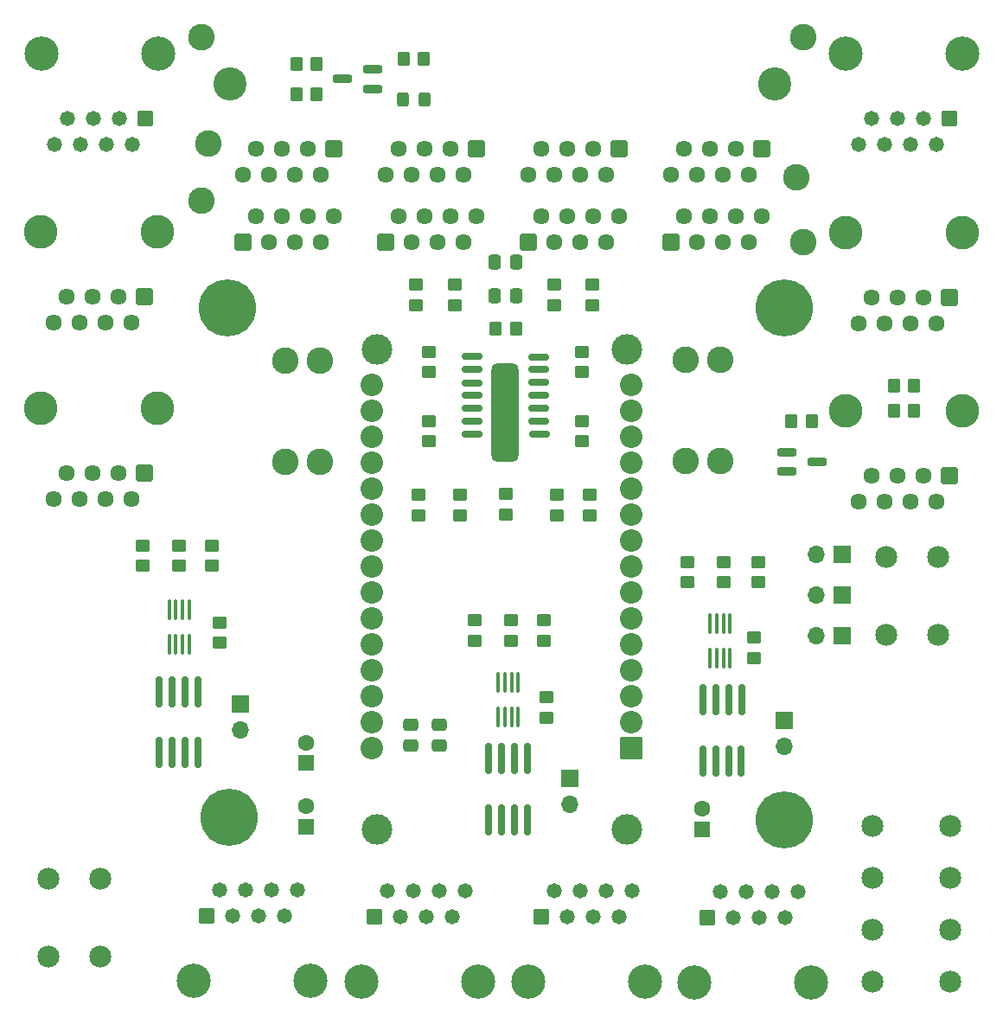
<source format=gbs>
%TF.GenerationSoftware,KiCad,Pcbnew,8.0.1-8.0.1-1~ubuntu22.04.1*%
%TF.CreationDate,2024-04-16T20:31:25-04:00*%
%TF.ProjectId,pdb,7064622e-6b69-4636-9164-5f7063625858,rev?*%
%TF.SameCoordinates,Original*%
%TF.FileFunction,Soldermask,Bot*%
%TF.FilePolarity,Negative*%
%FSLAX46Y46*%
G04 Gerber Fmt 4.6, Leading zero omitted, Abs format (unit mm)*
G04 Created by KiCad (PCBNEW 8.0.1-8.0.1-1~ubuntu22.04.1) date 2024-04-16 20:31:25*
%MOMM*%
%LPD*%
G01*
G04 APERTURE LIST*
G04 Aperture macros list*
%AMRoundRect*
0 Rectangle with rounded corners*
0 $1 Rounding radius*
0 $2 $3 $4 $5 $6 $7 $8 $9 X,Y pos of 4 corners*
0 Add a 4 corners polygon primitive as box body*
4,1,4,$2,$3,$4,$5,$6,$7,$8,$9,$2,$3,0*
0 Add four circle primitives for the rounded corners*
1,1,$1+$1,$2,$3*
1,1,$1+$1,$4,$5*
1,1,$1+$1,$6,$7*
1,1,$1+$1,$8,$9*
0 Add four rect primitives between the rounded corners*
20,1,$1+$1,$2,$3,$4,$5,0*
20,1,$1+$1,$4,$5,$6,$7,0*
20,1,$1+$1,$6,$7,$8,$9,0*
20,1,$1+$1,$8,$9,$2,$3,0*%
G04 Aperture macros list end*
%ADD10C,3.350000*%
%ADD11RoundRect,0.102000X0.634000X0.634000X-0.634000X0.634000X-0.634000X-0.634000X0.634000X-0.634000X0*%
%ADD12C,1.472000*%
%ADD13C,2.604000*%
%ADD14C,3.250000*%
%ADD15RoundRect,0.102000X0.704000X0.704000X-0.704000X0.704000X-0.704000X-0.704000X0.704000X-0.704000X0*%
%ADD16C,1.612000*%
%ADD17C,3.300000*%
%ADD18R,1.700000X1.700000*%
%ADD19O,1.700000X1.700000*%
%ADD20C,3.600000*%
%ADD21C,5.600000*%
%ADD22C,2.154000*%
%ADD23RoundRect,0.102000X-0.634000X-0.634000X0.634000X-0.634000X0.634000X0.634000X-0.634000X0.634000X0*%
%ADD24R,1.600000X1.600000*%
%ADD25C,1.600000*%
%ADD26C,3.000000*%
%ADD27RoundRect,0.102000X1.000000X1.000000X-1.000000X1.000000X-1.000000X-1.000000X1.000000X-1.000000X0*%
%ADD28C,2.204000*%
%ADD29RoundRect,0.150000X0.150000X-1.350000X0.150000X1.350000X-0.150000X1.350000X-0.150000X-1.350000X0*%
%ADD30RoundRect,0.250000X-0.450000X0.350000X-0.450000X-0.350000X0.450000X-0.350000X0.450000X0.350000X0*%
%ADD31RoundRect,0.250000X0.450000X-0.350000X0.450000X0.350000X-0.450000X0.350000X-0.450000X-0.350000X0*%
%ADD32RoundRect,0.250000X0.350000X0.450000X-0.350000X0.450000X-0.350000X-0.450000X0.350000X-0.450000X0*%
%ADD33RoundRect,0.200000X0.750000X0.200000X-0.750000X0.200000X-0.750000X-0.200000X0.750000X-0.200000X0*%
%ADD34RoundRect,0.250000X-0.325000X-0.450000X0.325000X-0.450000X0.325000X0.450000X-0.325000X0.450000X0*%
%ADD35RoundRect,0.100000X-0.100000X0.900000X-0.100000X-0.900000X0.100000X-0.900000X0.100000X0.900000X0*%
%ADD36RoundRect,0.250000X-0.337500X-0.475000X0.337500X-0.475000X0.337500X0.475000X-0.337500X0.475000X0*%
%ADD37RoundRect,0.250000X-0.350000X-0.450000X0.350000X-0.450000X0.350000X0.450000X-0.350000X0.450000X0*%
%ADD38RoundRect,0.171250X0.828750X0.171250X-0.828750X0.171250X-0.828750X-0.171250X0.828750X-0.171250X0*%
%ADD39RoundRect,0.162500X0.837500X0.162500X-0.837500X0.162500X-0.837500X-0.162500X0.837500X-0.162500X0*%
%ADD40RoundRect,0.662500X0.662500X4.187500X-0.662500X4.187500X-0.662500X-4.187500X0.662500X-4.187500X0*%
%ADD41RoundRect,0.200000X-0.750000X-0.200000X0.750000X-0.200000X0.750000X0.200000X-0.750000X0.200000X0*%
%ADD42RoundRect,0.250000X0.475000X-0.337500X0.475000X0.337500X-0.475000X0.337500X-0.475000X-0.337500X0*%
G04 APERTURE END LIST*
D10*
%TO.C,E_24V_POE_IN_2*%
X114232000Y-23980000D03*
X102800000Y-23980000D03*
D11*
X112961000Y-30330000D03*
D12*
X111691000Y-32870000D03*
X110421000Y-30330000D03*
X109151000Y-32870000D03*
X107881000Y-30330000D03*
X106611000Y-32870000D03*
X105341000Y-30330000D03*
X104071000Y-32870000D03*
%TD*%
D13*
%TO.C,F2*%
X51300000Y-54040000D03*
X47900000Y-54040000D03*
X51300000Y-63960000D03*
X47900000Y-63960000D03*
%TD*%
D14*
%TO.C,U10*%
X95870000Y-27000000D03*
X42530000Y-27000000D03*
D15*
X94600000Y-33350000D03*
X85710000Y-42460000D03*
D16*
X93330000Y-35890000D03*
X86980000Y-39920000D03*
X92060000Y-33350000D03*
X88250000Y-42460000D03*
X90790000Y-35890000D03*
X89520000Y-39920000D03*
X89520000Y-33350000D03*
X90790000Y-42460000D03*
X88250000Y-35890000D03*
X92060000Y-39920000D03*
X86980000Y-33350000D03*
X93330000Y-42460000D03*
X85710000Y-35890000D03*
X94600000Y-39920000D03*
D15*
X80630000Y-33350000D03*
X71740000Y-42460000D03*
D16*
X79360000Y-35890000D03*
X73010000Y-39920000D03*
X78090000Y-33350000D03*
X74280000Y-42460000D03*
X76820000Y-35890000D03*
X75550000Y-39920000D03*
X75550000Y-33350000D03*
X76820000Y-42460000D03*
X74280000Y-35890000D03*
X78090000Y-39920000D03*
X73010000Y-33350000D03*
X79360000Y-42460000D03*
X71740000Y-35890000D03*
X80630000Y-39920000D03*
D15*
X66660000Y-33350000D03*
X57770000Y-42460000D03*
D16*
X65390000Y-35890000D03*
X59040000Y-39920000D03*
X64120000Y-33350000D03*
X60310000Y-42460000D03*
X62850000Y-35890000D03*
X61580000Y-39920000D03*
X61580000Y-33350000D03*
X62850000Y-42460000D03*
X60310000Y-35890000D03*
X64120000Y-39920000D03*
X59040000Y-33350000D03*
X65390000Y-42460000D03*
X57770000Y-35890000D03*
X66660000Y-39920000D03*
D15*
X52690000Y-33350000D03*
X43800000Y-42460000D03*
D16*
X51420000Y-35890000D03*
X45070000Y-39920000D03*
X50150000Y-33350000D03*
X46340000Y-42460000D03*
X48880000Y-35890000D03*
X47610000Y-39920000D03*
X47610000Y-33350000D03*
X48880000Y-42460000D03*
X46340000Y-35890000D03*
X50150000Y-39920000D03*
X45070000Y-33350000D03*
X51420000Y-42460000D03*
X43800000Y-35890000D03*
X52690000Y-39920000D03*
D13*
X98660000Y-42460000D03*
X98660000Y-22430000D03*
X97995000Y-36150000D03*
X40405000Y-32850000D03*
X39740000Y-38400000D03*
X39740000Y-22430000D03*
%TD*%
D17*
%TO.C,E_12V_1*%
X114215000Y-59000000D03*
X102785000Y-59000000D03*
D15*
X112945000Y-65350000D03*
D16*
X111675000Y-67890000D03*
X110405000Y-65350000D03*
X109135000Y-67890000D03*
X107865000Y-65350000D03*
X106595000Y-67890000D03*
X105325000Y-65350000D03*
X104055000Y-67890000D03*
%TD*%
D18*
%TO.C,JP2*%
X102460000Y-77000000D03*
D19*
X99920000Y-77000000D03*
%TD*%
D20*
%TO.C,H1*%
X42300000Y-48900000D03*
D21*
X42300000Y-48900000D03*
%TD*%
D17*
%TO.C,E_24V_POE_OUT_1*%
X35427500Y-41430000D03*
X23997500Y-41430000D03*
D15*
X34157500Y-47780000D03*
D16*
X32887500Y-50320000D03*
X31617500Y-47780000D03*
X30347500Y-50320000D03*
X29077500Y-47780000D03*
X27807500Y-50320000D03*
X26537500Y-47780000D03*
X25267500Y-50320000D03*
%TD*%
D22*
%TO.C,J3*%
X24712500Y-104767500D03*
X24712500Y-112387500D03*
X29792500Y-104767500D03*
X29792500Y-112387500D03*
%TD*%
D10*
%TO.C,E_5V_2*%
X88009000Y-114950000D03*
X99441000Y-114950000D03*
D23*
X89280000Y-108600000D03*
D12*
X90550000Y-106060000D03*
X91820000Y-108600000D03*
X93090000Y-106060000D03*
X94360000Y-108600000D03*
X95630000Y-106060000D03*
X96900000Y-108600000D03*
X98170000Y-106060000D03*
%TD*%
D24*
%TO.C,C7*%
X88750000Y-99960000D03*
D25*
X88750000Y-97960000D03*
%TD*%
D10*
%TO.C,E_12V_2*%
X35500000Y-24000000D03*
X24068000Y-24000000D03*
D11*
X34229000Y-30350000D03*
D12*
X32959000Y-32890000D03*
X31689000Y-30350000D03*
X30419000Y-32890000D03*
X29149000Y-30350000D03*
X27879000Y-32890000D03*
X26609000Y-30350000D03*
X25339000Y-32890000D03*
%TD*%
D24*
%TO.C,C8*%
X50000000Y-93460000D03*
D25*
X50000000Y-91460000D03*
%TD*%
D18*
%TO.C,JP6*%
X43500000Y-87725000D03*
D19*
X43500000Y-90265000D03*
%TD*%
D18*
%TO.C,JP1*%
X102460000Y-81000000D03*
D19*
X99920000Y-81000000D03*
%TD*%
D18*
%TO.C,JP3*%
X102500000Y-73000000D03*
D19*
X99960000Y-73000000D03*
%TD*%
D22*
%TO.C,J1*%
X105417500Y-114837500D03*
X113037500Y-114837500D03*
X105417500Y-109757500D03*
X113037500Y-109757500D03*
X105417500Y-104677500D03*
X113037500Y-104677500D03*
X105417500Y-99597500D03*
X113037500Y-99597500D03*
%TD*%
D26*
%TO.C,U2*%
X81380000Y-99960000D03*
X81380000Y-53010000D03*
X56870000Y-99960000D03*
X56870000Y-53010000D03*
D27*
X81800000Y-92000000D03*
D28*
X81800000Y-89460000D03*
X56400000Y-89460000D03*
X81800000Y-86920000D03*
X81800000Y-84380000D03*
X81800000Y-81840000D03*
X81800000Y-79300000D03*
X81800000Y-76760000D03*
X81800000Y-74220000D03*
X81800000Y-71680000D03*
X81800000Y-69140000D03*
X81800000Y-66600000D03*
X81800000Y-64060000D03*
X81800000Y-61520000D03*
X81800000Y-58980000D03*
X81800000Y-56440000D03*
X56400000Y-56440000D03*
X56400000Y-58980000D03*
X56400000Y-61520000D03*
X56400000Y-64060000D03*
X56400000Y-66600000D03*
X56400000Y-69140000D03*
X56400000Y-71680000D03*
X56400000Y-74220000D03*
X56400000Y-76760000D03*
X56400000Y-79300000D03*
X56400000Y-81840000D03*
X56400000Y-84380000D03*
X56400000Y-86920000D03*
X56400000Y-92000000D03*
%TD*%
D10*
%TO.C,E_5V_4*%
X55388000Y-114850000D03*
X66820000Y-114850000D03*
D23*
X56659000Y-108500000D03*
D12*
X57929000Y-105960000D03*
X59199000Y-108500000D03*
X60469000Y-105960000D03*
X61739000Y-108500000D03*
X63009000Y-105960000D03*
X64279000Y-108500000D03*
X65549000Y-105960000D03*
%TD*%
D10*
%TO.C,E_5V_3*%
X71709000Y-114850000D03*
X83141000Y-114850000D03*
D23*
X72980000Y-108500000D03*
D12*
X74250000Y-105960000D03*
X75520000Y-108500000D03*
X76790000Y-105960000D03*
X78060000Y-108500000D03*
X79330000Y-105960000D03*
X80600000Y-108500000D03*
X81870000Y-105960000D03*
%TD*%
D20*
%TO.C,H4*%
X42400000Y-98800000D03*
D21*
X42400000Y-98800000D03*
%TD*%
D17*
%TO.C,E_24V_POE_IN_1*%
X35415000Y-58700000D03*
X23985000Y-58700000D03*
D15*
X34145000Y-65050000D03*
D16*
X32875000Y-67590000D03*
X31605000Y-65050000D03*
X30335000Y-67590000D03*
X29065000Y-65050000D03*
X27795000Y-67590000D03*
X26525000Y-65050000D03*
X25255000Y-67590000D03*
%TD*%
D24*
%TO.C,C9*%
X50000000Y-99710000D03*
D25*
X50000000Y-97710000D03*
%TD*%
D20*
%TO.C,H3*%
X96800000Y-99000000D03*
D21*
X96800000Y-99000000D03*
%TD*%
D18*
%TO.C,JP4*%
X96830000Y-89290000D03*
D19*
X96830000Y-91830000D03*
%TD*%
D22*
%TO.C,J2*%
X106762500Y-73317500D03*
X106762500Y-80937500D03*
X111842500Y-73317500D03*
X111842500Y-80937500D03*
%TD*%
D10*
%TO.C,E_5V_1*%
X38978000Y-114800000D03*
X50410000Y-114800000D03*
D23*
X40249000Y-108450000D03*
D12*
X41519000Y-105910000D03*
X42789000Y-108450000D03*
X44059000Y-105910000D03*
X45329000Y-108450000D03*
X46599000Y-105910000D03*
X47869000Y-108450000D03*
X49139000Y-105910000D03*
%TD*%
D20*
%TO.C,H2*%
X96800000Y-48900000D03*
D21*
X96800000Y-48900000D03*
%TD*%
D18*
%TO.C,JP5*%
X75750000Y-94935000D03*
D19*
X75750000Y-97475000D03*
%TD*%
D13*
%TO.C,F1*%
X87100000Y-63910000D03*
X90500000Y-63910000D03*
X87100000Y-53990000D03*
X90500000Y-53990000D03*
%TD*%
D17*
%TO.C,E_24V_POE_OUT_2*%
X114215000Y-41530000D03*
X102785000Y-41530000D03*
D15*
X112945000Y-47880000D03*
D16*
X111675000Y-50420000D03*
X110405000Y-47880000D03*
X109135000Y-50420000D03*
X107865000Y-47880000D03*
X106595000Y-50420000D03*
X105325000Y-47880000D03*
X104055000Y-50420000D03*
%TD*%
D29*
%TO.C,U7*%
X71650000Y-99000000D03*
X70385000Y-99000000D03*
X69115000Y-99000000D03*
X67845000Y-99000000D03*
X67845000Y-93000000D03*
X69115000Y-93000000D03*
X70385000Y-93000000D03*
X71655000Y-93000000D03*
%TD*%
D30*
%TO.C,R23*%
X77000000Y-59960000D03*
X77000000Y-61960000D03*
%TD*%
D31*
%TO.C,R13*%
X64500000Y-48620000D03*
X64500000Y-46620000D03*
%TD*%
D32*
%TO.C,R6*%
X61500000Y-24500000D03*
X59500000Y-24500000D03*
%TD*%
D31*
%TO.C,R36*%
X73500000Y-89000000D03*
X73500000Y-87000000D03*
%TD*%
%TO.C,R31*%
X90830000Y-75790000D03*
X90830000Y-73790000D03*
%TD*%
%TO.C,R8*%
X74500000Y-69210000D03*
X74500000Y-67210000D03*
%TD*%
D33*
%TO.C,Q2*%
X56500000Y-25550000D03*
X56500000Y-27450000D03*
X53500000Y-26500000D03*
%TD*%
D30*
%TO.C,R21*%
X61000000Y-67210000D03*
X61000000Y-69210000D03*
%TD*%
%TO.C,R35*%
X73250000Y-79500000D03*
X73250000Y-81500000D03*
%TD*%
D32*
%TO.C,R4*%
X51000000Y-25000000D03*
X49000000Y-25000000D03*
%TD*%
D34*
%TO.C,D11*%
X61525000Y-28500000D03*
X59475000Y-28500000D03*
%TD*%
D35*
%TO.C,U4*%
X89530000Y-79790000D03*
X90170000Y-79790000D03*
X90830000Y-79790000D03*
X91470000Y-79790000D03*
X91470000Y-83210000D03*
X90830000Y-83210000D03*
X90170000Y-83210000D03*
X89530000Y-83210000D03*
%TD*%
D31*
%TO.C,R34*%
X70000000Y-81500000D03*
X70000000Y-79500000D03*
%TD*%
%TO.C,R40*%
X41500000Y-81710000D03*
X41500000Y-79710000D03*
%TD*%
D30*
%TO.C,R39*%
X40750000Y-72170000D03*
X40750000Y-74170000D03*
%TD*%
D31*
%TO.C,R11*%
X78000000Y-48620000D03*
X78000000Y-46620000D03*
%TD*%
D36*
%TO.C,C1*%
X68462500Y-47710000D03*
X70537500Y-47710000D03*
%TD*%
D31*
%TO.C,R29*%
X93800000Y-83200000D03*
X93800000Y-81200000D03*
%TD*%
D37*
%TO.C,R5*%
X49000000Y-28000000D03*
X51000000Y-28000000D03*
%TD*%
D38*
%TO.C,U1*%
X72767500Y-53707500D03*
D39*
X72767500Y-54960000D03*
X72767500Y-56230000D03*
X72767500Y-57500000D03*
X72767500Y-58767500D03*
X72767500Y-60040000D03*
X72792500Y-61305000D03*
X66207500Y-61305000D03*
X66207500Y-60040000D03*
X66207500Y-58770000D03*
X66207500Y-57500000D03*
X66207500Y-56265000D03*
X66207500Y-54960000D03*
X66207500Y-53687500D03*
D40*
X69467500Y-59150000D03*
%TD*%
D31*
%TO.C,R12*%
X74250000Y-48620000D03*
X74250000Y-46620000D03*
%TD*%
D35*
%TO.C,U6*%
X68780000Y-85540000D03*
X69420000Y-85540000D03*
X70080000Y-85540000D03*
X70720000Y-85540000D03*
X70720000Y-88960000D03*
X70080000Y-88960000D03*
X69420000Y-88960000D03*
X68780000Y-88960000D03*
%TD*%
D31*
%TO.C,R24*%
X62000000Y-55210000D03*
X62000000Y-53210000D03*
%TD*%
D37*
%TO.C,R3*%
X97500000Y-60000000D03*
X99500000Y-60000000D03*
%TD*%
D31*
%TO.C,R9*%
X77750000Y-69210000D03*
X77750000Y-67210000D03*
%TD*%
%TO.C,R20*%
X65000000Y-69210000D03*
X65000000Y-67210000D03*
%TD*%
D41*
%TO.C,Q1*%
X97000000Y-64950000D03*
X97000000Y-63050000D03*
X100000000Y-64000000D03*
%TD*%
D37*
%TO.C,R1*%
X107500000Y-59000000D03*
X109500000Y-59000000D03*
%TD*%
D35*
%TO.C,U8*%
X36560000Y-78460000D03*
X37200000Y-78460000D03*
X37860000Y-78460000D03*
X38500000Y-78460000D03*
X38500000Y-81880000D03*
X37860000Y-81880000D03*
X37200000Y-81880000D03*
X36560000Y-81880000D03*
%TD*%
D30*
%TO.C,R32*%
X94230000Y-73790000D03*
X94230000Y-75790000D03*
%TD*%
D31*
%TO.C,R14*%
X60750000Y-48620000D03*
X60750000Y-46620000D03*
%TD*%
D37*
%TO.C,R15*%
X68500000Y-50960000D03*
X70500000Y-50960000D03*
%TD*%
D30*
%TO.C,R30*%
X87330000Y-73790000D03*
X87330000Y-75790000D03*
%TD*%
D31*
%TO.C,R38*%
X37500000Y-74170000D03*
X37500000Y-72170000D03*
%TD*%
D30*
%TO.C,R37*%
X34000000Y-72170000D03*
X34000000Y-74170000D03*
%TD*%
D42*
%TO.C,C3*%
X60250000Y-91787500D03*
X60250000Y-89712500D03*
%TD*%
D30*
%TO.C,R25*%
X62000000Y-59960000D03*
X62000000Y-61960000D03*
%TD*%
D37*
%TO.C,R2*%
X107500000Y-56500000D03*
X109500000Y-56500000D03*
%TD*%
D29*
%TO.C,U5*%
X92595000Y-93290000D03*
X91330000Y-93290000D03*
X90060000Y-93290000D03*
X88790000Y-93290000D03*
X88790000Y-87290000D03*
X90060000Y-87290000D03*
X91330000Y-87290000D03*
X92600000Y-87290000D03*
%TD*%
D36*
%TO.C,C2*%
X68462500Y-44460000D03*
X70537500Y-44460000D03*
%TD*%
D42*
%TO.C,C4*%
X63000000Y-91787500D03*
X63000000Y-89712500D03*
%TD*%
D31*
%TO.C,R22*%
X77000000Y-55210000D03*
X77000000Y-53210000D03*
%TD*%
D29*
%TO.C,U9*%
X39400000Y-92460000D03*
X38135000Y-92460000D03*
X36865000Y-92460000D03*
X35595000Y-92460000D03*
X35595000Y-86460000D03*
X36865000Y-86460000D03*
X38135000Y-86460000D03*
X39405000Y-86460000D03*
%TD*%
D31*
%TO.C,R10*%
X69500000Y-69120000D03*
X69500000Y-67120000D03*
%TD*%
D30*
%TO.C,R33*%
X66500000Y-79500000D03*
X66500000Y-81500000D03*
%TD*%
M02*

</source>
